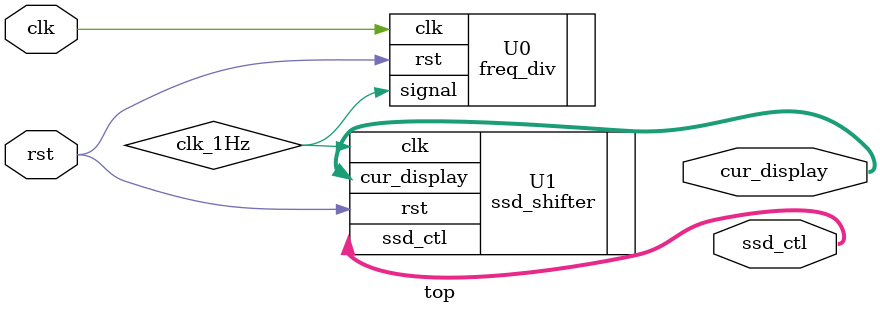
<source format=v>
`timescale 1ns / 1ps

module top(
    input clk,
    input rst,
    output [3:0] ssd_ctl,
    output [7:0] cur_display
    );

wire clk_1Hz;

freq_div U0 (.clk(clk), .rst(rst), .signal(clk_1Hz));
ssd_shifter U1 (.clk(clk_1Hz), .rst(rst), .ssd_ctl(ssd_ctl), .cur_display(cur_display));
   
endmodule

</source>
